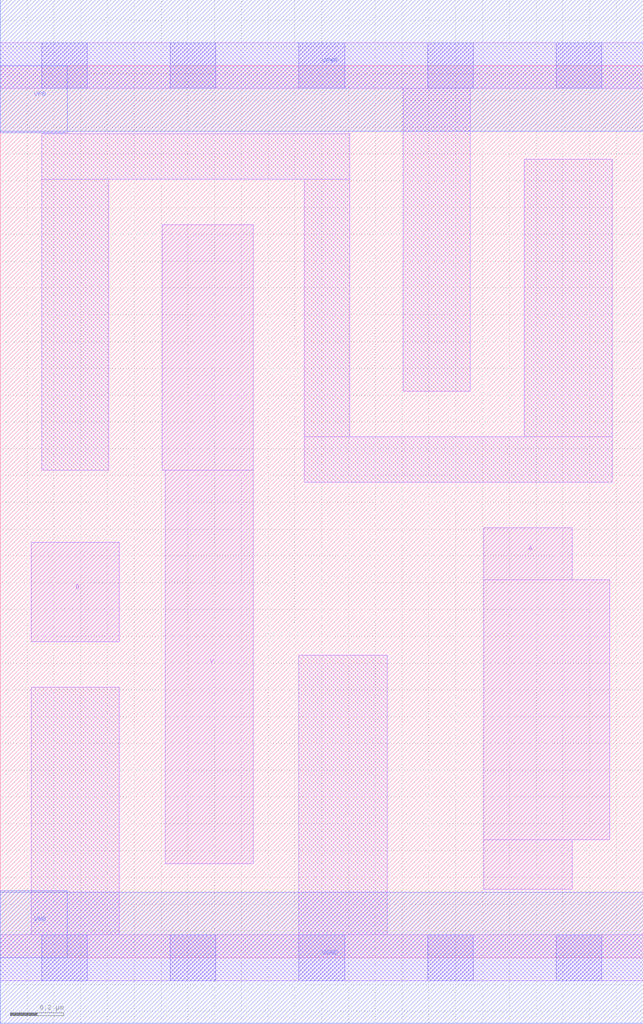
<source format=lef>
# Copyright 2020 The SkyWater PDK Authors
#
# Licensed under the Apache License, Version 2.0 (the "License");
# you may not use this file except in compliance with the License.
# You may obtain a copy of the License at
#
#     https://www.apache.org/licenses/LICENSE-2.0
#
# Unless required by applicable law or agreed to in writing, software
# distributed under the License is distributed on an "AS IS" BASIS,
# WITHOUT WARRANTIES OR CONDITIONS OF ANY KIND, either express or implied.
# See the License for the specific language governing permissions and
# limitations under the License.
#
# SPDX-License-Identifier: Apache-2.0

VERSION 5.5 ;
NAMESCASESENSITIVE ON ;
BUSBITCHARS "[]" ;
DIVIDERCHAR "/" ;
MACRO sky130_fd_sc_hs__nor2_2
  CLASS CORE ;
  SOURCE USER ;
  ORIGIN  0.000000  0.000000 ;
  SIZE  2.400000 BY  3.330000 ;
  SYMMETRY X Y ;
  SITE unit ;
  PIN A
    ANTENNAGATEAREA  0.447000 ;
    DIRECTION INPUT ;
    USE SIGNAL ;
    PORT
      LAYER li1 ;
        RECT 1.805000 0.255000 2.135000 0.440000 ;
        RECT 1.805000 0.440000 2.275000 1.410000 ;
        RECT 1.805000 1.410000 2.135000 1.605000 ;
    END
  END A
  PIN B
    ANTENNAGATEAREA  0.447000 ;
    DIRECTION INPUT ;
    USE SIGNAL ;
    PORT
      LAYER li1 ;
        RECT 0.115000 1.180000 0.445000 1.550000 ;
    END
  END B
  PIN Y
    ANTENNADIFFAREA  0.543200 ;
    DIRECTION OUTPUT ;
    USE SIGNAL ;
    PORT
      LAYER li1 ;
        RECT 0.605000 1.820000 0.945000 2.735000 ;
        RECT 0.615000 0.350000 0.945000 1.820000 ;
    END
  END Y
  PIN VGND
    DIRECTION INOUT ;
    USE GROUND ;
    PORT
      LAYER met1 ;
        RECT 0.000000 -0.245000 2.400000 0.245000 ;
    END
  END VGND
  PIN VNB
    DIRECTION INOUT ;
    USE GROUND ;
    PORT
      LAYER met1 ;
        RECT 0.000000 0.000000 0.250000 0.250000 ;
    END
  END VNB
  PIN VPB
    DIRECTION INOUT ;
    USE POWER ;
    PORT
      LAYER met1 ;
        RECT 0.000000 3.080000 0.250000 3.330000 ;
    END
  END VPB
  PIN VPWR
    DIRECTION INOUT ;
    USE POWER ;
    PORT
      LAYER met1 ;
        RECT 0.000000 3.085000 2.400000 3.575000 ;
    END
  END VPWR
  OBS
    LAYER li1 ;
      RECT 0.000000 -0.085000 2.400000 0.085000 ;
      RECT 0.000000  3.245000 2.400000 3.415000 ;
      RECT 0.115000  0.085000 0.445000 1.010000 ;
      RECT 0.155000  1.820000 0.405000 2.905000 ;
      RECT 0.155000  2.905000 1.305000 3.075000 ;
      RECT 1.115000  0.085000 1.445000 1.130000 ;
      RECT 1.135000  1.775000 2.285000 1.945000 ;
      RECT 1.135000  1.945000 1.305000 2.905000 ;
      RECT 1.505000  2.115000 1.755000 3.245000 ;
      RECT 1.955000  1.945000 2.285000 2.980000 ;
    LAYER mcon ;
      RECT 0.155000 -0.085000 0.325000 0.085000 ;
      RECT 0.155000  3.245000 0.325000 3.415000 ;
      RECT 0.635000 -0.085000 0.805000 0.085000 ;
      RECT 0.635000  3.245000 0.805000 3.415000 ;
      RECT 1.115000 -0.085000 1.285000 0.085000 ;
      RECT 1.115000  3.245000 1.285000 3.415000 ;
      RECT 1.595000 -0.085000 1.765000 0.085000 ;
      RECT 1.595000  3.245000 1.765000 3.415000 ;
      RECT 2.075000 -0.085000 2.245000 0.085000 ;
      RECT 2.075000  3.245000 2.245000 3.415000 ;
  END
END sky130_fd_sc_hs__nor2_2
END LIBRARY

</source>
